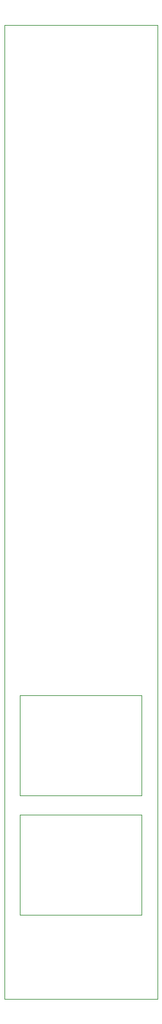
<source format=gbr>
%TF.GenerationSoftware,KiCad,Pcbnew,(6.0.11)*%
%TF.CreationDate,2023-03-29T15:24:13+01:00*%
%TF.ProjectId,QuadEnv_Panel,51756164-456e-4765-9f50-616e656c2e6b,rev?*%
%TF.SameCoordinates,Original*%
%TF.FileFunction,Profile,NP*%
%FSLAX46Y46*%
G04 Gerber Fmt 4.6, Leading zero omitted, Abs format (unit mm)*
G04 Created by KiCad (PCBNEW (6.0.11)) date 2023-03-29 15:24:13*
%MOMM*%
%LPD*%
G01*
G04 APERTURE LIST*
%TA.AperFunction,Profile*%
%ADD10C,0.100000*%
%TD*%
%TA.AperFunction,Profile*%
%ADD11C,0.120000*%
%TD*%
G04 APERTURE END LIST*
D10*
X49300000Y-34300000D02*
X69600000Y-34300000D01*
X69600000Y-34300000D02*
X69600000Y-162800000D01*
X69600000Y-162800000D02*
X49300000Y-162800000D01*
X49300000Y-162800000D02*
X49300000Y-34300000D01*
D11*
%TO.C,REF\u002A\u002A*%
X51335000Y-151705000D02*
X67465000Y-151705000D01*
X67465000Y-151705000D02*
X67465000Y-138495000D01*
X67465000Y-138495000D02*
X51335000Y-138495000D01*
X51335000Y-138495000D02*
X51335000Y-151705000D01*
X67465000Y-122695000D02*
X51335000Y-122695000D01*
X51335000Y-122695000D02*
X51335000Y-135905000D01*
X51335000Y-135905000D02*
X67465000Y-135905000D01*
X67465000Y-135905000D02*
X67465000Y-122695000D01*
%TD*%
M02*

</source>
